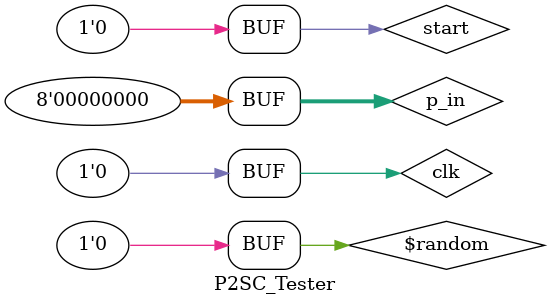
<source format=v>


`timescale 1ns/100ps

module P2SC_Tester;
  
  // Initialize inputs and outputs:
  
  reg [7:0] p_in;
  reg clk, start;
  
  wire ready, sout;
  
  // Instantiate a S2PC module:
  
  P2SC UUT (p_in, clk, start, sout, ready);
  
  // Initialize all registers to initial values:
  
  initial begin
    
    clk   = 0;
    start = 0;
    p_in  = 0;
    
  end
  
  // Initialize the clock:
  
  initial repeat (25) #10 clk = ~clk;
  
  // Assign the parallel input to a random value every 7ns
  
  initial repeat (35) #7 p_in = $random;
  
  // Begin the sequence of serial input:
  
  initial begin
    
    start <= #25 1;
    start <= #35 0;
    
  end
  
endmodule
</source>
